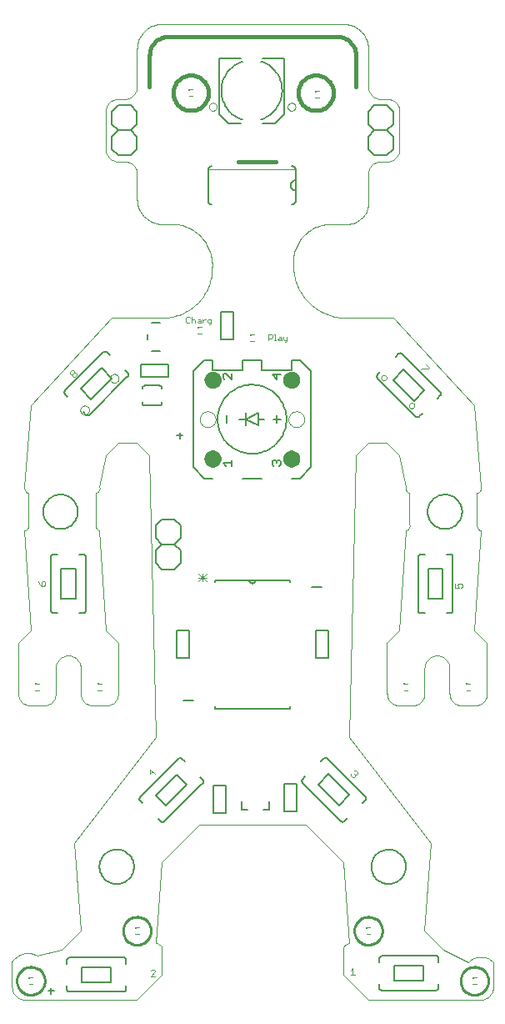
<source format=gto>
G75*
%MOIN*%
%OFA0B0*%
%FSLAX24Y24*%
%IPPOS*%
%LPD*%
%AMOC8*
5,1,8,0,0,1.08239X$1,22.5*
%
%ADD10C,0.0000*%
%ADD11C,0.0160*%
%ADD12C,0.0100*%
%ADD13C,0.0060*%
%ADD14C,0.0020*%
%ADD15C,0.0080*%
%ADD16C,0.0059*%
%ADD17C,0.0030*%
%ADD18C,0.0040*%
%ADD19R,0.0098X0.0089*%
%ADD20C,0.0050*%
%ADD21C,0.0354*%
D10*
X000100Y000600D02*
X000100Y001600D01*
X000128Y001644D01*
X000160Y001685D01*
X000194Y001724D01*
X000231Y001761D01*
X000270Y001795D01*
X000312Y001826D01*
X000356Y001854D01*
X000402Y001878D01*
X000449Y001900D01*
X000498Y001918D01*
X000548Y001932D01*
X000599Y001943D01*
X000651Y001950D01*
X000703Y001954D01*
X000755Y001953D01*
X000806Y001949D01*
X000858Y001942D01*
X000909Y001930D01*
X000959Y001916D01*
X001007Y001897D01*
X001055Y001875D01*
X001100Y001850D01*
X002100Y002100D01*
X002850Y002850D01*
X002600Y006350D01*
X005850Y010600D01*
X005600Y021850D01*
X005100Y022350D01*
X004350Y022350D01*
X003850Y021850D01*
X003600Y020600D01*
X003605Y020573D01*
X003606Y020547D01*
X003604Y020520D01*
X003598Y020493D01*
X003589Y020468D01*
X003577Y020444D01*
X003561Y020422D01*
X003543Y020402D01*
X003523Y020384D01*
X003500Y020370D01*
X003476Y020358D01*
X003450Y020350D01*
X003450Y019100D01*
X003445Y019073D01*
X003444Y019047D01*
X003446Y019020D01*
X003452Y018993D01*
X003461Y018968D01*
X003473Y018944D01*
X003489Y018922D01*
X003507Y018902D01*
X003527Y018884D01*
X003550Y018870D01*
X003574Y018858D01*
X003600Y018850D01*
X003850Y014850D01*
X004350Y014350D01*
X004350Y012350D01*
X004348Y012306D01*
X004342Y012263D01*
X004333Y012221D01*
X004320Y012179D01*
X004303Y012139D01*
X004283Y012100D01*
X004260Y012063D01*
X004233Y012029D01*
X004204Y011996D01*
X004171Y011967D01*
X004137Y011940D01*
X004100Y011917D01*
X004061Y011897D01*
X004021Y011880D01*
X003979Y011867D01*
X003937Y011858D01*
X003894Y011852D01*
X003850Y011850D01*
X003350Y011850D01*
X003306Y011852D01*
X003263Y011858D01*
X003221Y011867D01*
X003179Y011880D01*
X003139Y011897D01*
X003100Y011917D01*
X003063Y011940D01*
X003029Y011967D01*
X002996Y011996D01*
X002967Y012029D01*
X002940Y012063D01*
X002917Y012100D01*
X002897Y012139D01*
X002880Y012179D01*
X002867Y012221D01*
X002858Y012263D01*
X002852Y012306D01*
X002850Y012350D01*
X002850Y013350D01*
X002350Y013850D02*
X002306Y013848D01*
X002263Y013842D01*
X002221Y013833D01*
X002179Y013820D01*
X002139Y013803D01*
X002100Y013783D01*
X002063Y013760D01*
X002029Y013733D01*
X001996Y013704D01*
X001967Y013671D01*
X001940Y013637D01*
X001917Y013600D01*
X001897Y013561D01*
X001880Y013521D01*
X001867Y013479D01*
X001858Y013437D01*
X001852Y013394D01*
X001850Y013350D01*
X001850Y012350D01*
X001848Y012306D01*
X001842Y012263D01*
X001833Y012221D01*
X001820Y012179D01*
X001803Y012139D01*
X001783Y012100D01*
X001760Y012063D01*
X001733Y012029D01*
X001704Y011996D01*
X001671Y011967D01*
X001637Y011940D01*
X001600Y011917D01*
X001561Y011897D01*
X001521Y011880D01*
X001479Y011867D01*
X001437Y011858D01*
X001394Y011852D01*
X001350Y011850D01*
X000850Y011850D01*
X000806Y011852D01*
X000763Y011858D01*
X000721Y011867D01*
X000679Y011880D01*
X000639Y011897D01*
X000600Y011917D01*
X000563Y011940D01*
X000529Y011967D01*
X000496Y011996D01*
X000467Y012029D01*
X000440Y012063D01*
X000417Y012100D01*
X000397Y012139D01*
X000380Y012179D01*
X000367Y012221D01*
X000358Y012263D01*
X000352Y012306D01*
X000350Y012350D01*
X000350Y014350D01*
X000850Y014850D01*
X000600Y018850D01*
X000626Y018858D01*
X000650Y018870D01*
X000673Y018884D01*
X000693Y018902D01*
X000711Y018922D01*
X000727Y018944D01*
X000739Y018968D01*
X000748Y018993D01*
X000754Y019020D01*
X000756Y019047D01*
X000755Y019073D01*
X000750Y019100D01*
X000750Y020350D01*
X000724Y020358D01*
X000700Y020370D01*
X000677Y020384D01*
X000657Y020402D01*
X000639Y020422D01*
X000623Y020444D01*
X000611Y020468D01*
X000602Y020493D01*
X000596Y020520D01*
X000594Y020547D01*
X000595Y020573D01*
X000600Y020600D01*
X000850Y023850D01*
X004100Y027350D01*
X006100Y027350D01*
X006187Y027352D01*
X006274Y027358D01*
X006361Y027367D01*
X006447Y027380D01*
X006533Y027397D01*
X006618Y027418D01*
X006701Y027443D01*
X006784Y027471D01*
X006865Y027502D01*
X006945Y027537D01*
X007023Y027576D01*
X007100Y027618D01*
X007175Y027663D01*
X007247Y027712D01*
X007318Y027763D01*
X007386Y027818D01*
X007451Y027875D01*
X007514Y027936D01*
X007575Y027999D01*
X007632Y028064D01*
X007687Y028132D01*
X007738Y028203D01*
X007787Y028275D01*
X007832Y028350D01*
X007874Y028427D01*
X007913Y028505D01*
X007948Y028585D01*
X007979Y028666D01*
X008007Y028749D01*
X008032Y028832D01*
X008053Y028917D01*
X008070Y029003D01*
X008083Y029089D01*
X008092Y029176D01*
X008098Y029263D01*
X008100Y029350D01*
X006600Y031100D02*
X006100Y031100D01*
X006040Y031102D01*
X005979Y031107D01*
X005920Y031116D01*
X005861Y031129D01*
X005802Y031145D01*
X005745Y031165D01*
X005690Y031188D01*
X005635Y031215D01*
X005583Y031244D01*
X005532Y031277D01*
X005483Y031313D01*
X005437Y031351D01*
X005393Y031393D01*
X005351Y031437D01*
X005313Y031483D01*
X005277Y031532D01*
X005244Y031583D01*
X005215Y031635D01*
X005188Y031690D01*
X005165Y031745D01*
X005145Y031802D01*
X005129Y031861D01*
X005116Y031920D01*
X005107Y031979D01*
X005102Y032040D01*
X005100Y032100D01*
X005100Y033100D01*
X005098Y033144D01*
X005092Y033187D01*
X005083Y033229D01*
X005070Y033271D01*
X005053Y033311D01*
X005033Y033350D01*
X005010Y033387D01*
X004983Y033421D01*
X004954Y033454D01*
X004921Y033483D01*
X004887Y033510D01*
X004850Y033533D01*
X004811Y033553D01*
X004771Y033570D01*
X004729Y033583D01*
X004687Y033592D01*
X004644Y033598D01*
X004600Y033600D01*
X004350Y033600D01*
X004306Y033602D01*
X004263Y033608D01*
X004221Y033617D01*
X004179Y033630D01*
X004139Y033647D01*
X004100Y033667D01*
X004063Y033690D01*
X004029Y033717D01*
X003996Y033746D01*
X003967Y033779D01*
X003940Y033813D01*
X003917Y033850D01*
X003897Y033889D01*
X003880Y033929D01*
X003867Y033971D01*
X003858Y034013D01*
X003852Y034056D01*
X003850Y034100D01*
X003850Y035600D01*
X003852Y035644D01*
X003858Y035687D01*
X003867Y035729D01*
X003880Y035771D01*
X003897Y035811D01*
X003917Y035850D01*
X003940Y035887D01*
X003967Y035921D01*
X003996Y035954D01*
X004029Y035983D01*
X004063Y036010D01*
X004100Y036033D01*
X004139Y036053D01*
X004179Y036070D01*
X004221Y036083D01*
X004263Y036092D01*
X004306Y036098D01*
X004350Y036100D01*
X004600Y036100D01*
X004644Y036102D01*
X004687Y036108D01*
X004729Y036117D01*
X004771Y036130D01*
X004811Y036147D01*
X004850Y036167D01*
X004887Y036190D01*
X004921Y036217D01*
X004954Y036246D01*
X004983Y036279D01*
X005010Y036313D01*
X005033Y036350D01*
X005053Y036389D01*
X005070Y036429D01*
X005083Y036471D01*
X005092Y036513D01*
X005098Y036556D01*
X005100Y036600D01*
X005100Y038100D01*
X005102Y038160D01*
X005107Y038221D01*
X005116Y038280D01*
X005129Y038339D01*
X005145Y038398D01*
X005165Y038455D01*
X005188Y038510D01*
X005215Y038565D01*
X005244Y038617D01*
X005277Y038668D01*
X005313Y038717D01*
X005351Y038763D01*
X005393Y038807D01*
X005437Y038849D01*
X005483Y038887D01*
X005532Y038923D01*
X005583Y038956D01*
X005635Y038985D01*
X005690Y039012D01*
X005745Y039035D01*
X005802Y039055D01*
X005861Y039071D01*
X005920Y039084D01*
X005979Y039093D01*
X006040Y039098D01*
X006100Y039100D01*
X013350Y039100D01*
X013410Y039098D01*
X013471Y039093D01*
X013530Y039084D01*
X013589Y039071D01*
X013648Y039055D01*
X013705Y039035D01*
X013760Y039012D01*
X013815Y038985D01*
X013867Y038956D01*
X013918Y038923D01*
X013967Y038887D01*
X014013Y038849D01*
X014057Y038807D01*
X014099Y038763D01*
X014137Y038717D01*
X014173Y038668D01*
X014206Y038617D01*
X014235Y038565D01*
X014262Y038510D01*
X014285Y038455D01*
X014305Y038398D01*
X014321Y038339D01*
X014334Y038280D01*
X014343Y038221D01*
X014348Y038160D01*
X014350Y038100D01*
X014350Y036600D01*
X014352Y036556D01*
X014358Y036513D01*
X014367Y036471D01*
X014380Y036429D01*
X014397Y036389D01*
X014417Y036350D01*
X014440Y036313D01*
X014467Y036279D01*
X014496Y036246D01*
X014529Y036217D01*
X014563Y036190D01*
X014600Y036167D01*
X014639Y036147D01*
X014679Y036130D01*
X014721Y036117D01*
X014763Y036108D01*
X014806Y036102D01*
X014850Y036100D01*
X015100Y036100D01*
X015144Y036098D01*
X015187Y036092D01*
X015229Y036083D01*
X015271Y036070D01*
X015311Y036053D01*
X015350Y036033D01*
X015387Y036010D01*
X015421Y035983D01*
X015454Y035954D01*
X015483Y035921D01*
X015510Y035887D01*
X015533Y035850D01*
X015553Y035811D01*
X015570Y035771D01*
X015583Y035729D01*
X015592Y035687D01*
X015598Y035644D01*
X015600Y035600D01*
X015600Y034100D01*
X015598Y034056D01*
X015592Y034013D01*
X015583Y033971D01*
X015570Y033929D01*
X015553Y033889D01*
X015533Y033850D01*
X015510Y033813D01*
X015483Y033779D01*
X015454Y033746D01*
X015421Y033717D01*
X015387Y033690D01*
X015350Y033667D01*
X015311Y033647D01*
X015271Y033630D01*
X015229Y033617D01*
X015187Y033608D01*
X015144Y033602D01*
X015100Y033600D01*
X014850Y033600D01*
X014806Y033598D01*
X014763Y033592D01*
X014721Y033583D01*
X014679Y033570D01*
X014639Y033553D01*
X014600Y033533D01*
X014563Y033510D01*
X014529Y033483D01*
X014496Y033454D01*
X014467Y033421D01*
X014440Y033387D01*
X014417Y033350D01*
X014397Y033311D01*
X014380Y033271D01*
X014367Y033229D01*
X014358Y033187D01*
X014352Y033144D01*
X014350Y033100D01*
X014350Y032100D01*
X013600Y031100D02*
X012850Y031100D01*
X013600Y031100D02*
X013657Y031110D01*
X013713Y031124D01*
X013768Y031141D01*
X013822Y031162D01*
X013875Y031187D01*
X013925Y031214D01*
X013974Y031245D01*
X014021Y031280D01*
X014065Y031317D01*
X014107Y031357D01*
X014146Y031399D01*
X014182Y031445D01*
X014215Y031492D01*
X014245Y031541D01*
X014272Y031593D01*
X014295Y031646D01*
X014315Y031700D01*
X014331Y031756D01*
X014344Y031812D01*
X014353Y031869D01*
X014358Y031927D01*
X014359Y031985D01*
X014356Y032043D01*
X014350Y032100D01*
X011350Y029600D02*
X011346Y029510D01*
X011347Y029419D01*
X011351Y029329D01*
X011359Y029239D01*
X011371Y029149D01*
X011387Y029060D01*
X011406Y028972D01*
X011429Y028885D01*
X011456Y028799D01*
X011487Y028713D01*
X011521Y028630D01*
X011559Y028548D01*
X011600Y028467D01*
X011644Y028388D01*
X011692Y028312D01*
X011743Y028237D01*
X011797Y028165D01*
X011854Y028095D01*
X011914Y028027D01*
X011977Y027962D01*
X012043Y027900D01*
X012111Y027841D01*
X012181Y027784D01*
X012254Y027731D01*
X012329Y027681D01*
X012407Y027634D01*
X012486Y027590D01*
X012567Y027550D01*
X012649Y027513D01*
X012733Y027479D01*
X012818Y027450D01*
X012905Y027424D01*
X012993Y027401D01*
X013081Y027383D01*
X013170Y027368D01*
X013260Y027357D01*
X013350Y027350D01*
X015350Y027350D01*
X018600Y023850D01*
X018850Y020600D01*
X018855Y020573D01*
X018856Y020547D01*
X018854Y020520D01*
X018848Y020493D01*
X018839Y020468D01*
X018827Y020444D01*
X018811Y020422D01*
X018793Y020402D01*
X018773Y020384D01*
X018750Y020370D01*
X018726Y020358D01*
X018700Y020350D01*
X018700Y019100D01*
X018695Y019073D01*
X018694Y019047D01*
X018696Y019020D01*
X018702Y018993D01*
X018711Y018968D01*
X018723Y018944D01*
X018739Y018922D01*
X018757Y018902D01*
X018777Y018884D01*
X018800Y018870D01*
X018824Y018858D01*
X018850Y018850D01*
X018600Y014850D01*
X019100Y014350D01*
X019100Y012350D01*
X019098Y012306D01*
X019092Y012263D01*
X019083Y012221D01*
X019070Y012179D01*
X019053Y012139D01*
X019033Y012100D01*
X019010Y012063D01*
X018983Y012029D01*
X018954Y011996D01*
X018921Y011967D01*
X018887Y011940D01*
X018850Y011917D01*
X018811Y011897D01*
X018771Y011880D01*
X018729Y011867D01*
X018687Y011858D01*
X018644Y011852D01*
X018600Y011850D01*
X018100Y011850D01*
X018056Y011852D01*
X018013Y011858D01*
X017971Y011867D01*
X017929Y011880D01*
X017889Y011897D01*
X017850Y011917D01*
X017813Y011940D01*
X017779Y011967D01*
X017746Y011996D01*
X017717Y012029D01*
X017690Y012063D01*
X017667Y012100D01*
X017647Y012139D01*
X017630Y012179D01*
X017617Y012221D01*
X017608Y012263D01*
X017602Y012306D01*
X017600Y012350D01*
X017600Y013350D01*
X017598Y013394D01*
X017592Y013437D01*
X017583Y013479D01*
X017570Y013521D01*
X017553Y013561D01*
X017533Y013600D01*
X017510Y013637D01*
X017483Y013671D01*
X017454Y013704D01*
X017421Y013733D01*
X017387Y013760D01*
X017350Y013783D01*
X017311Y013803D01*
X017271Y013820D01*
X017229Y013833D01*
X017187Y013842D01*
X017144Y013848D01*
X017100Y013850D01*
X017056Y013848D01*
X017013Y013842D01*
X016971Y013833D01*
X016929Y013820D01*
X016889Y013803D01*
X016850Y013783D01*
X016813Y013760D01*
X016779Y013733D01*
X016746Y013704D01*
X016717Y013671D01*
X016690Y013637D01*
X016667Y013600D01*
X016647Y013561D01*
X016630Y013521D01*
X016617Y013479D01*
X016608Y013437D01*
X016602Y013394D01*
X016600Y013350D01*
X016600Y012350D01*
X016598Y012306D01*
X016592Y012263D01*
X016583Y012221D01*
X016570Y012179D01*
X016553Y012139D01*
X016533Y012100D01*
X016510Y012063D01*
X016483Y012029D01*
X016454Y011996D01*
X016421Y011967D01*
X016387Y011940D01*
X016350Y011917D01*
X016311Y011897D01*
X016271Y011880D01*
X016229Y011867D01*
X016187Y011858D01*
X016144Y011852D01*
X016100Y011850D01*
X015600Y011850D01*
X015556Y011852D01*
X015513Y011858D01*
X015471Y011867D01*
X015429Y011880D01*
X015389Y011897D01*
X015350Y011917D01*
X015313Y011940D01*
X015279Y011967D01*
X015246Y011996D01*
X015217Y012029D01*
X015190Y012063D01*
X015167Y012100D01*
X015147Y012139D01*
X015130Y012179D01*
X015117Y012221D01*
X015108Y012263D01*
X015102Y012306D01*
X015100Y012350D01*
X015100Y014350D01*
X015600Y014850D01*
X015850Y018850D01*
X015876Y018858D01*
X015900Y018870D01*
X015923Y018884D01*
X015943Y018902D01*
X015961Y018922D01*
X015977Y018944D01*
X015989Y018968D01*
X015998Y018993D01*
X016004Y019020D01*
X016006Y019047D01*
X016005Y019073D01*
X016000Y019100D01*
X016000Y020350D01*
X015974Y020358D01*
X015950Y020370D01*
X015927Y020384D01*
X015907Y020402D01*
X015889Y020422D01*
X015873Y020444D01*
X015861Y020468D01*
X015852Y020493D01*
X015846Y020520D01*
X015844Y020547D01*
X015845Y020573D01*
X015850Y020600D01*
X015600Y021850D01*
X015100Y022350D01*
X014350Y022350D01*
X013850Y021850D01*
X013600Y010600D01*
X016850Y006350D01*
X016600Y002850D01*
X017350Y002100D01*
X018350Y001600D01*
X018387Y001634D01*
X018426Y001666D01*
X018468Y001695D01*
X018511Y001721D01*
X018556Y001743D01*
X018603Y001762D01*
X018651Y001778D01*
X018700Y001791D01*
X018749Y001800D01*
X018800Y001805D01*
X018850Y001807D01*
X018900Y001805D01*
X018951Y001800D01*
X019000Y001791D01*
X019049Y001778D01*
X019097Y001762D01*
X019144Y001743D01*
X019189Y001721D01*
X019232Y001695D01*
X019274Y001666D01*
X019313Y001634D01*
X019350Y001600D01*
X019350Y000600D01*
X019348Y000556D01*
X019342Y000513D01*
X019333Y000471D01*
X019320Y000429D01*
X019303Y000389D01*
X019283Y000350D01*
X019260Y000313D01*
X019233Y000279D01*
X019204Y000246D01*
X019171Y000217D01*
X019137Y000190D01*
X019100Y000167D01*
X019061Y000147D01*
X019021Y000130D01*
X018979Y000117D01*
X018937Y000108D01*
X018894Y000102D01*
X018850Y000100D01*
X014350Y000100D01*
X013350Y001100D01*
X013350Y002100D01*
X013352Y002130D01*
X013357Y002160D01*
X013366Y002189D01*
X013379Y002216D01*
X013394Y002242D01*
X013413Y002266D01*
X013434Y002287D01*
X013458Y002306D01*
X013484Y002321D01*
X013511Y002334D01*
X013540Y002343D01*
X013570Y002348D01*
X013600Y002350D01*
X013350Y005600D01*
X011850Y007100D01*
X007600Y007100D01*
X006100Y005600D01*
X005850Y002350D01*
X005880Y002348D01*
X005910Y002343D01*
X005939Y002334D01*
X005966Y002321D01*
X005992Y002306D01*
X006016Y002287D01*
X006037Y002266D01*
X006056Y002242D01*
X006071Y002216D01*
X006084Y002189D01*
X006093Y002160D01*
X006098Y002130D01*
X006100Y002100D01*
X006100Y001100D01*
X005100Y000100D01*
X000600Y000100D01*
X000556Y000102D01*
X000513Y000108D01*
X000471Y000117D01*
X000429Y000130D01*
X000389Y000147D01*
X000350Y000167D01*
X000313Y000190D01*
X000279Y000217D01*
X000246Y000246D01*
X000217Y000279D01*
X000190Y000313D01*
X000167Y000350D01*
X000147Y000389D01*
X000130Y000429D01*
X000117Y000471D01*
X000108Y000513D01*
X000102Y000556D01*
X000100Y000600D01*
X002850Y013350D02*
X002848Y013394D01*
X002842Y013437D01*
X002833Y013479D01*
X002820Y013521D01*
X002803Y013561D01*
X002783Y013600D01*
X002760Y013637D01*
X002733Y013671D01*
X002704Y013704D01*
X002671Y013733D01*
X002637Y013760D01*
X002600Y013783D01*
X002561Y013803D01*
X002521Y013820D01*
X002479Y013833D01*
X002437Y013842D01*
X002394Y013848D01*
X002350Y013850D01*
X002832Y023667D02*
X002834Y023693D01*
X002840Y023719D01*
X002850Y023744D01*
X002863Y023767D01*
X002879Y023787D01*
X002899Y023805D01*
X002921Y023820D01*
X002944Y023832D01*
X002970Y023840D01*
X002996Y023844D01*
X003022Y023844D01*
X003048Y023840D01*
X003074Y023832D01*
X003098Y023820D01*
X003119Y023805D01*
X003139Y023787D01*
X003155Y023767D01*
X003168Y023744D01*
X003178Y023719D01*
X003184Y023693D01*
X003186Y023667D01*
X003184Y023641D01*
X003178Y023615D01*
X003168Y023590D01*
X003155Y023567D01*
X003139Y023547D01*
X003119Y023529D01*
X003097Y023514D01*
X003074Y023502D01*
X003048Y023494D01*
X003022Y023490D01*
X002996Y023490D01*
X002970Y023494D01*
X002944Y023502D01*
X002920Y023514D01*
X002899Y023529D01*
X002879Y023547D01*
X002863Y023567D01*
X002850Y023590D01*
X002840Y023615D01*
X002834Y023641D01*
X002832Y023667D01*
X004014Y024933D02*
X004016Y024959D01*
X004022Y024985D01*
X004032Y025010D01*
X004045Y025033D01*
X004061Y025053D01*
X004081Y025071D01*
X004103Y025086D01*
X004126Y025098D01*
X004152Y025106D01*
X004178Y025110D01*
X004204Y025110D01*
X004230Y025106D01*
X004256Y025098D01*
X004280Y025086D01*
X004301Y025071D01*
X004321Y025053D01*
X004337Y025033D01*
X004350Y025010D01*
X004360Y024985D01*
X004366Y024959D01*
X004368Y024933D01*
X004366Y024907D01*
X004360Y024881D01*
X004350Y024856D01*
X004337Y024833D01*
X004321Y024813D01*
X004301Y024795D01*
X004279Y024780D01*
X004256Y024768D01*
X004230Y024760D01*
X004204Y024756D01*
X004178Y024756D01*
X004152Y024760D01*
X004126Y024768D01*
X004102Y024780D01*
X004081Y024795D01*
X004061Y024813D01*
X004045Y024833D01*
X004032Y024856D01*
X004022Y024881D01*
X004016Y024907D01*
X004014Y024933D01*
X008100Y029350D02*
X008104Y029430D01*
X008105Y029510D01*
X008101Y029590D01*
X008093Y029669D01*
X008082Y029749D01*
X008067Y029827D01*
X008047Y029905D01*
X008024Y029981D01*
X007998Y030057D01*
X007967Y030131D01*
X007933Y030203D01*
X007896Y030274D01*
X007855Y030343D01*
X007811Y030409D01*
X007763Y030474D01*
X007713Y030536D01*
X007659Y030595D01*
X007603Y030652D01*
X007544Y030706D01*
X007482Y030757D01*
X007418Y030805D01*
X007351Y030849D01*
X007283Y030891D01*
X007212Y030929D01*
X007140Y030963D01*
X007066Y030994D01*
X006991Y031021D01*
X006915Y031045D01*
X006837Y031064D01*
X006759Y031080D01*
X006680Y031092D01*
X006600Y031100D01*
X007973Y035788D02*
X007975Y035813D01*
X007981Y035837D01*
X007990Y035859D01*
X008003Y035880D01*
X008019Y035899D01*
X008038Y035915D01*
X008059Y035928D01*
X008081Y035937D01*
X008105Y035943D01*
X008130Y035945D01*
X008155Y035943D01*
X008179Y035937D01*
X008201Y035928D01*
X008222Y035915D01*
X008241Y035899D01*
X008257Y035880D01*
X008270Y035859D01*
X008279Y035837D01*
X008285Y035813D01*
X008287Y035788D01*
X008285Y035763D01*
X008279Y035739D01*
X008270Y035717D01*
X008257Y035696D01*
X008241Y035677D01*
X008222Y035661D01*
X008201Y035648D01*
X008179Y035639D01*
X008155Y035633D01*
X008130Y035631D01*
X008105Y035633D01*
X008081Y035639D01*
X008059Y035648D01*
X008038Y035661D01*
X008019Y035677D01*
X008003Y035696D01*
X007990Y035717D01*
X007981Y035739D01*
X007975Y035763D01*
X007973Y035788D01*
X011123Y035788D02*
X011125Y035813D01*
X011131Y035837D01*
X011140Y035859D01*
X011153Y035880D01*
X011169Y035899D01*
X011188Y035915D01*
X011209Y035928D01*
X011231Y035937D01*
X011255Y035943D01*
X011280Y035945D01*
X011305Y035943D01*
X011329Y035937D01*
X011351Y035928D01*
X011372Y035915D01*
X011391Y035899D01*
X011407Y035880D01*
X011420Y035859D01*
X011429Y035837D01*
X011435Y035813D01*
X011437Y035788D01*
X011435Y035763D01*
X011429Y035739D01*
X011420Y035717D01*
X011407Y035696D01*
X011391Y035677D01*
X011372Y035661D01*
X011351Y035648D01*
X011329Y035639D01*
X011305Y035633D01*
X011280Y035631D01*
X011255Y035633D01*
X011231Y035639D01*
X011209Y035648D01*
X011188Y035661D01*
X011169Y035677D01*
X011153Y035696D01*
X011140Y035717D01*
X011131Y035739D01*
X011125Y035763D01*
X011123Y035788D01*
X012850Y031100D02*
X012774Y031098D01*
X012698Y031092D01*
X012623Y031083D01*
X012548Y031069D01*
X012474Y031052D01*
X012401Y031031D01*
X012329Y031007D01*
X012258Y030978D01*
X012189Y030947D01*
X012122Y030912D01*
X012057Y030873D01*
X011993Y030831D01*
X011932Y030786D01*
X011873Y030738D01*
X011817Y030687D01*
X011763Y030633D01*
X011712Y030577D01*
X011664Y030518D01*
X011619Y030457D01*
X011577Y030393D01*
X011538Y030328D01*
X011503Y030261D01*
X011472Y030192D01*
X011443Y030121D01*
X011419Y030049D01*
X011398Y029976D01*
X011381Y029902D01*
X011367Y029827D01*
X011358Y029752D01*
X011352Y029676D01*
X011350Y029600D01*
X011157Y023300D02*
X011159Y023335D01*
X011165Y023370D01*
X011175Y023404D01*
X011188Y023437D01*
X011205Y023468D01*
X011226Y023496D01*
X011249Y023523D01*
X011276Y023546D01*
X011304Y023567D01*
X011335Y023584D01*
X011368Y023597D01*
X011402Y023607D01*
X011437Y023613D01*
X011472Y023615D01*
X011507Y023613D01*
X011542Y023607D01*
X011576Y023597D01*
X011609Y023584D01*
X011640Y023567D01*
X011668Y023546D01*
X011695Y023523D01*
X011718Y023496D01*
X011739Y023468D01*
X011756Y023437D01*
X011769Y023404D01*
X011779Y023370D01*
X011785Y023335D01*
X011787Y023300D01*
X011785Y023265D01*
X011779Y023230D01*
X011769Y023196D01*
X011756Y023163D01*
X011739Y023132D01*
X011718Y023104D01*
X011695Y023077D01*
X011668Y023054D01*
X011640Y023033D01*
X011609Y023016D01*
X011576Y023003D01*
X011542Y022993D01*
X011507Y022987D01*
X011472Y022985D01*
X011437Y022987D01*
X011402Y022993D01*
X011368Y023003D01*
X011335Y023016D01*
X011304Y023033D01*
X011276Y023054D01*
X011249Y023077D01*
X011226Y023104D01*
X011205Y023132D01*
X011188Y023163D01*
X011175Y023196D01*
X011165Y023230D01*
X011159Y023265D01*
X011157Y023300D01*
X007613Y023300D02*
X007615Y023335D01*
X007621Y023370D01*
X007631Y023404D01*
X007644Y023437D01*
X007661Y023468D01*
X007682Y023496D01*
X007705Y023523D01*
X007732Y023546D01*
X007760Y023567D01*
X007791Y023584D01*
X007824Y023597D01*
X007858Y023607D01*
X007893Y023613D01*
X007928Y023615D01*
X007963Y023613D01*
X007998Y023607D01*
X008032Y023597D01*
X008065Y023584D01*
X008096Y023567D01*
X008124Y023546D01*
X008151Y023523D01*
X008174Y023496D01*
X008195Y023468D01*
X008212Y023437D01*
X008225Y023404D01*
X008235Y023370D01*
X008241Y023335D01*
X008243Y023300D01*
X008241Y023265D01*
X008235Y023230D01*
X008225Y023196D01*
X008212Y023163D01*
X008195Y023132D01*
X008174Y023104D01*
X008151Y023077D01*
X008124Y023054D01*
X008096Y023033D01*
X008065Y023016D01*
X008032Y023003D01*
X007998Y022993D01*
X007963Y022987D01*
X007928Y022985D01*
X007893Y022987D01*
X007858Y022993D01*
X007824Y023003D01*
X007791Y023016D01*
X007760Y023033D01*
X007732Y023054D01*
X007705Y023077D01*
X007682Y023104D01*
X007661Y023132D01*
X007644Y023163D01*
X007631Y023196D01*
X007621Y023230D01*
X007615Y023265D01*
X007613Y023300D01*
X014867Y024958D02*
X014869Y024978D01*
X014875Y024998D01*
X014884Y025016D01*
X014897Y025033D01*
X014912Y025046D01*
X014930Y025056D01*
X014950Y025063D01*
X014970Y025066D01*
X014990Y025065D01*
X015010Y025060D01*
X015029Y025052D01*
X015046Y025040D01*
X015060Y025025D01*
X015071Y025007D01*
X015079Y024988D01*
X015083Y024968D01*
X015083Y024948D01*
X015079Y024928D01*
X015071Y024909D01*
X015060Y024891D01*
X015046Y024876D01*
X015029Y024864D01*
X015010Y024856D01*
X014990Y024851D01*
X014970Y024850D01*
X014950Y024853D01*
X014930Y024860D01*
X014912Y024870D01*
X014897Y024883D01*
X014884Y024900D01*
X014875Y024918D01*
X014869Y024938D01*
X014867Y024958D01*
X015980Y023845D02*
X015982Y023865D01*
X015988Y023885D01*
X015997Y023903D01*
X016010Y023920D01*
X016025Y023933D01*
X016043Y023943D01*
X016063Y023950D01*
X016083Y023953D01*
X016103Y023952D01*
X016123Y023947D01*
X016142Y023939D01*
X016159Y023927D01*
X016173Y023912D01*
X016184Y023894D01*
X016192Y023875D01*
X016196Y023855D01*
X016196Y023835D01*
X016192Y023815D01*
X016184Y023796D01*
X016173Y023778D01*
X016159Y023763D01*
X016142Y023751D01*
X016123Y023743D01*
X016103Y023738D01*
X016083Y023737D01*
X016063Y023740D01*
X016043Y023747D01*
X016025Y023757D01*
X016010Y023770D01*
X015997Y023787D01*
X015988Y023805D01*
X015982Y023825D01*
X015980Y023845D01*
D11*
X010640Y033600D02*
X009140Y033600D01*
X006543Y036350D02*
X006545Y036403D01*
X006551Y036455D01*
X006561Y036507D01*
X006574Y036558D01*
X006592Y036608D01*
X006613Y036657D01*
X006638Y036704D01*
X006666Y036748D01*
X006697Y036791D01*
X006732Y036831D01*
X006769Y036868D01*
X006809Y036903D01*
X006852Y036934D01*
X006897Y036962D01*
X006943Y036987D01*
X006992Y037008D01*
X007042Y037026D01*
X007093Y037039D01*
X007145Y037049D01*
X007197Y037055D01*
X007250Y037057D01*
X007303Y037055D01*
X007355Y037049D01*
X007407Y037039D01*
X007458Y037026D01*
X007508Y037008D01*
X007557Y036987D01*
X007604Y036962D01*
X007648Y036934D01*
X007691Y036903D01*
X007731Y036868D01*
X007768Y036831D01*
X007803Y036791D01*
X007834Y036748D01*
X007862Y036703D01*
X007887Y036657D01*
X007908Y036608D01*
X007926Y036558D01*
X007939Y036507D01*
X007949Y036455D01*
X007955Y036403D01*
X007957Y036350D01*
X007955Y036297D01*
X007949Y036245D01*
X007939Y036193D01*
X007926Y036142D01*
X007908Y036092D01*
X007887Y036043D01*
X007862Y035996D01*
X007834Y035952D01*
X007803Y035909D01*
X007768Y035869D01*
X007731Y035832D01*
X007691Y035797D01*
X007648Y035766D01*
X007603Y035738D01*
X007557Y035713D01*
X007508Y035692D01*
X007458Y035674D01*
X007407Y035661D01*
X007355Y035651D01*
X007303Y035645D01*
X007250Y035643D01*
X007197Y035645D01*
X007145Y035651D01*
X007093Y035661D01*
X007042Y035674D01*
X006992Y035692D01*
X006943Y035713D01*
X006896Y035738D01*
X006852Y035766D01*
X006809Y035797D01*
X006769Y035832D01*
X006732Y035869D01*
X006697Y035909D01*
X006666Y035952D01*
X006638Y035997D01*
X006613Y036043D01*
X006592Y036092D01*
X006574Y036142D01*
X006561Y036193D01*
X006551Y036245D01*
X006545Y036297D01*
X006543Y036350D01*
X005600Y036600D02*
X005600Y037850D01*
X005602Y037904D01*
X005608Y037957D01*
X005617Y038009D01*
X005630Y038061D01*
X005647Y038112D01*
X005668Y038162D01*
X005692Y038209D01*
X005719Y038255D01*
X005750Y038299D01*
X005783Y038341D01*
X005820Y038380D01*
X005859Y038417D01*
X005901Y038450D01*
X005945Y038481D01*
X005991Y038508D01*
X006038Y038532D01*
X006088Y038553D01*
X006139Y038570D01*
X006191Y038583D01*
X006243Y038592D01*
X006296Y038598D01*
X006350Y038600D01*
X013100Y038600D01*
X013154Y038598D01*
X013207Y038592D01*
X013259Y038583D01*
X013311Y038570D01*
X013362Y038553D01*
X013412Y038532D01*
X013459Y038508D01*
X013505Y038481D01*
X013549Y038450D01*
X013591Y038417D01*
X013630Y038380D01*
X013667Y038341D01*
X013700Y038299D01*
X013731Y038255D01*
X013758Y038209D01*
X013782Y038162D01*
X013803Y038112D01*
X013820Y038061D01*
X013833Y038009D01*
X013842Y037957D01*
X013848Y037904D01*
X013850Y037850D01*
X013850Y036600D01*
X011543Y036350D02*
X011545Y036403D01*
X011551Y036455D01*
X011561Y036507D01*
X011574Y036558D01*
X011592Y036608D01*
X011613Y036657D01*
X011638Y036704D01*
X011666Y036748D01*
X011697Y036791D01*
X011732Y036831D01*
X011769Y036868D01*
X011809Y036903D01*
X011852Y036934D01*
X011897Y036962D01*
X011943Y036987D01*
X011992Y037008D01*
X012042Y037026D01*
X012093Y037039D01*
X012145Y037049D01*
X012197Y037055D01*
X012250Y037057D01*
X012303Y037055D01*
X012355Y037049D01*
X012407Y037039D01*
X012458Y037026D01*
X012508Y037008D01*
X012557Y036987D01*
X012604Y036962D01*
X012648Y036934D01*
X012691Y036903D01*
X012731Y036868D01*
X012768Y036831D01*
X012803Y036791D01*
X012834Y036748D01*
X012862Y036703D01*
X012887Y036657D01*
X012908Y036608D01*
X012926Y036558D01*
X012939Y036507D01*
X012949Y036455D01*
X012955Y036403D01*
X012957Y036350D01*
X012955Y036297D01*
X012949Y036245D01*
X012939Y036193D01*
X012926Y036142D01*
X012908Y036092D01*
X012887Y036043D01*
X012862Y035996D01*
X012834Y035952D01*
X012803Y035909D01*
X012768Y035869D01*
X012731Y035832D01*
X012691Y035797D01*
X012648Y035766D01*
X012603Y035738D01*
X012557Y035713D01*
X012508Y035692D01*
X012458Y035674D01*
X012407Y035661D01*
X012355Y035651D01*
X012303Y035645D01*
X012250Y035643D01*
X012197Y035645D01*
X012145Y035651D01*
X012093Y035661D01*
X012042Y035674D01*
X011992Y035692D01*
X011943Y035713D01*
X011896Y035738D01*
X011852Y035766D01*
X011809Y035797D01*
X011769Y035832D01*
X011732Y035869D01*
X011697Y035909D01*
X011666Y035952D01*
X011638Y035997D01*
X011613Y036043D01*
X011592Y036092D01*
X011574Y036142D01*
X011561Y036193D01*
X011551Y036245D01*
X011545Y036297D01*
X011543Y036350D01*
D12*
X013791Y002850D02*
X013793Y002897D01*
X013799Y002943D01*
X013809Y002989D01*
X013822Y003034D01*
X013839Y003077D01*
X013860Y003119D01*
X013884Y003159D01*
X013912Y003197D01*
X013943Y003233D01*
X013976Y003265D01*
X014012Y003295D01*
X014050Y003322D01*
X014091Y003345D01*
X014133Y003365D01*
X014177Y003382D01*
X014222Y003394D01*
X014268Y003403D01*
X014315Y003408D01*
X014362Y003409D01*
X014408Y003406D01*
X014455Y003399D01*
X014500Y003388D01*
X014545Y003374D01*
X014588Y003356D01*
X014629Y003334D01*
X014669Y003309D01*
X014706Y003281D01*
X014741Y003249D01*
X014773Y003215D01*
X014802Y003179D01*
X014828Y003140D01*
X014851Y003099D01*
X014870Y003056D01*
X014885Y003012D01*
X014897Y002966D01*
X014905Y002920D01*
X014909Y002873D01*
X014909Y002827D01*
X014905Y002780D01*
X014897Y002734D01*
X014885Y002688D01*
X014870Y002644D01*
X014851Y002601D01*
X014828Y002560D01*
X014802Y002521D01*
X014773Y002485D01*
X014741Y002451D01*
X014706Y002419D01*
X014669Y002391D01*
X014630Y002366D01*
X014588Y002344D01*
X014545Y002326D01*
X014500Y002312D01*
X014455Y002301D01*
X014408Y002294D01*
X014362Y002291D01*
X014315Y002292D01*
X014268Y002297D01*
X014222Y002306D01*
X014177Y002318D01*
X014133Y002335D01*
X014091Y002355D01*
X014050Y002378D01*
X014012Y002405D01*
X013976Y002435D01*
X013943Y002467D01*
X013912Y002503D01*
X013884Y002541D01*
X013860Y002581D01*
X013839Y002623D01*
X013822Y002666D01*
X013809Y002711D01*
X013799Y002757D01*
X013793Y002803D01*
X013791Y002850D01*
X018041Y000850D02*
X018043Y000897D01*
X018049Y000943D01*
X018059Y000989D01*
X018072Y001034D01*
X018089Y001077D01*
X018110Y001119D01*
X018134Y001159D01*
X018162Y001197D01*
X018193Y001233D01*
X018226Y001265D01*
X018262Y001295D01*
X018300Y001322D01*
X018341Y001345D01*
X018383Y001365D01*
X018427Y001382D01*
X018472Y001394D01*
X018518Y001403D01*
X018565Y001408D01*
X018612Y001409D01*
X018658Y001406D01*
X018705Y001399D01*
X018750Y001388D01*
X018795Y001374D01*
X018838Y001356D01*
X018879Y001334D01*
X018919Y001309D01*
X018956Y001281D01*
X018991Y001249D01*
X019023Y001215D01*
X019052Y001179D01*
X019078Y001140D01*
X019101Y001099D01*
X019120Y001056D01*
X019135Y001012D01*
X019147Y000966D01*
X019155Y000920D01*
X019159Y000873D01*
X019159Y000827D01*
X019155Y000780D01*
X019147Y000734D01*
X019135Y000688D01*
X019120Y000644D01*
X019101Y000601D01*
X019078Y000560D01*
X019052Y000521D01*
X019023Y000485D01*
X018991Y000451D01*
X018956Y000419D01*
X018919Y000391D01*
X018880Y000366D01*
X018838Y000344D01*
X018795Y000326D01*
X018750Y000312D01*
X018705Y000301D01*
X018658Y000294D01*
X018612Y000291D01*
X018565Y000292D01*
X018518Y000297D01*
X018472Y000306D01*
X018427Y000318D01*
X018383Y000335D01*
X018341Y000355D01*
X018300Y000378D01*
X018262Y000405D01*
X018226Y000435D01*
X018193Y000467D01*
X018162Y000503D01*
X018134Y000541D01*
X018110Y000581D01*
X018089Y000623D01*
X018072Y000666D01*
X018059Y000711D01*
X018049Y000757D01*
X018043Y000803D01*
X018041Y000850D01*
X004541Y002850D02*
X004543Y002897D01*
X004549Y002943D01*
X004559Y002989D01*
X004572Y003034D01*
X004589Y003077D01*
X004610Y003119D01*
X004634Y003159D01*
X004662Y003197D01*
X004693Y003233D01*
X004726Y003265D01*
X004762Y003295D01*
X004800Y003322D01*
X004841Y003345D01*
X004883Y003365D01*
X004927Y003382D01*
X004972Y003394D01*
X005018Y003403D01*
X005065Y003408D01*
X005112Y003409D01*
X005158Y003406D01*
X005205Y003399D01*
X005250Y003388D01*
X005295Y003374D01*
X005338Y003356D01*
X005379Y003334D01*
X005419Y003309D01*
X005456Y003281D01*
X005491Y003249D01*
X005523Y003215D01*
X005552Y003179D01*
X005578Y003140D01*
X005601Y003099D01*
X005620Y003056D01*
X005635Y003012D01*
X005647Y002966D01*
X005655Y002920D01*
X005659Y002873D01*
X005659Y002827D01*
X005655Y002780D01*
X005647Y002734D01*
X005635Y002688D01*
X005620Y002644D01*
X005601Y002601D01*
X005578Y002560D01*
X005552Y002521D01*
X005523Y002485D01*
X005491Y002451D01*
X005456Y002419D01*
X005419Y002391D01*
X005380Y002366D01*
X005338Y002344D01*
X005295Y002326D01*
X005250Y002312D01*
X005205Y002301D01*
X005158Y002294D01*
X005112Y002291D01*
X005065Y002292D01*
X005018Y002297D01*
X004972Y002306D01*
X004927Y002318D01*
X004883Y002335D01*
X004841Y002355D01*
X004800Y002378D01*
X004762Y002405D01*
X004726Y002435D01*
X004693Y002467D01*
X004662Y002503D01*
X004634Y002541D01*
X004610Y002581D01*
X004589Y002623D01*
X004572Y002666D01*
X004559Y002711D01*
X004549Y002757D01*
X004543Y002803D01*
X004541Y002850D01*
X000291Y000850D02*
X000293Y000897D01*
X000299Y000943D01*
X000309Y000989D01*
X000322Y001034D01*
X000339Y001077D01*
X000360Y001119D01*
X000384Y001159D01*
X000412Y001197D01*
X000443Y001233D01*
X000476Y001265D01*
X000512Y001295D01*
X000550Y001322D01*
X000591Y001345D01*
X000633Y001365D01*
X000677Y001382D01*
X000722Y001394D01*
X000768Y001403D01*
X000815Y001408D01*
X000862Y001409D01*
X000908Y001406D01*
X000955Y001399D01*
X001000Y001388D01*
X001045Y001374D01*
X001088Y001356D01*
X001129Y001334D01*
X001169Y001309D01*
X001206Y001281D01*
X001241Y001249D01*
X001273Y001215D01*
X001302Y001179D01*
X001328Y001140D01*
X001351Y001099D01*
X001370Y001056D01*
X001385Y001012D01*
X001397Y000966D01*
X001405Y000920D01*
X001409Y000873D01*
X001409Y000827D01*
X001405Y000780D01*
X001397Y000734D01*
X001385Y000688D01*
X001370Y000644D01*
X001351Y000601D01*
X001328Y000560D01*
X001302Y000521D01*
X001273Y000485D01*
X001241Y000451D01*
X001206Y000419D01*
X001169Y000391D01*
X001130Y000366D01*
X001088Y000344D01*
X001045Y000326D01*
X001000Y000312D01*
X000955Y000301D01*
X000908Y000294D01*
X000862Y000291D01*
X000815Y000292D01*
X000768Y000297D01*
X000722Y000306D01*
X000677Y000318D01*
X000633Y000335D01*
X000591Y000355D01*
X000550Y000378D01*
X000512Y000405D01*
X000476Y000435D01*
X000443Y000467D01*
X000412Y000503D01*
X000384Y000541D01*
X000360Y000581D01*
X000339Y000623D01*
X000322Y000666D01*
X000309Y000711D01*
X000299Y000757D01*
X000293Y000803D01*
X000291Y000850D01*
D13*
X001549Y000445D02*
X001776Y000445D01*
X001662Y000332D02*
X001662Y000559D01*
X003599Y005413D02*
X003601Y005465D01*
X003607Y005517D01*
X003617Y005568D01*
X003630Y005618D01*
X003648Y005668D01*
X003669Y005715D01*
X003693Y005761D01*
X003722Y005805D01*
X003753Y005847D01*
X003787Y005886D01*
X003824Y005923D01*
X003864Y005956D01*
X003907Y005987D01*
X003951Y006014D01*
X003997Y006038D01*
X004046Y006058D01*
X004095Y006074D01*
X004146Y006087D01*
X004197Y006096D01*
X004249Y006101D01*
X004301Y006102D01*
X004353Y006099D01*
X004405Y006092D01*
X004456Y006081D01*
X004506Y006067D01*
X004555Y006048D01*
X004602Y006026D01*
X004647Y006001D01*
X004691Y005972D01*
X004732Y005940D01*
X004771Y005905D01*
X004806Y005867D01*
X004839Y005826D01*
X004869Y005784D01*
X004895Y005739D01*
X004918Y005692D01*
X004937Y005643D01*
X004953Y005593D01*
X004965Y005543D01*
X004973Y005491D01*
X004977Y005439D01*
X004977Y005387D01*
X004973Y005335D01*
X004965Y005283D01*
X004953Y005233D01*
X004937Y005183D01*
X004918Y005134D01*
X004895Y005087D01*
X004869Y005042D01*
X004839Y005000D01*
X004806Y004959D01*
X004771Y004921D01*
X004732Y004886D01*
X004691Y004854D01*
X004647Y004825D01*
X004602Y004800D01*
X004555Y004778D01*
X004506Y004759D01*
X004456Y004745D01*
X004405Y004734D01*
X004353Y004727D01*
X004301Y004724D01*
X004249Y004725D01*
X004197Y004730D01*
X004146Y004739D01*
X004095Y004752D01*
X004046Y004768D01*
X003997Y004788D01*
X003951Y004812D01*
X003907Y004839D01*
X003864Y004870D01*
X003824Y004903D01*
X003787Y004940D01*
X003753Y004979D01*
X003722Y005021D01*
X003693Y005065D01*
X003669Y005111D01*
X003648Y005158D01*
X003630Y005208D01*
X003617Y005258D01*
X003607Y005309D01*
X003601Y005361D01*
X003599Y005413D01*
X006953Y012070D02*
X007353Y012070D01*
X008213Y011810D02*
X008213Y011740D01*
X011213Y011740D01*
X011213Y011810D01*
X012073Y016600D02*
X012473Y016600D01*
X011213Y016790D02*
X011213Y016860D01*
X009833Y016860D01*
X009593Y016860D01*
X008213Y016860D01*
X008213Y016790D01*
X006850Y017550D02*
X006600Y017300D01*
X006100Y017300D01*
X005850Y017550D01*
X005850Y018050D01*
X006100Y018300D01*
X005850Y018550D01*
X005850Y019050D01*
X006100Y019300D01*
X006600Y019300D01*
X006850Y019050D01*
X006850Y018550D01*
X006600Y018300D01*
X006850Y018050D01*
X006850Y017550D01*
X006600Y018300D02*
X006100Y018300D01*
X006812Y022532D02*
X006812Y022759D01*
X006699Y022645D02*
X006926Y022645D01*
X008542Y021554D02*
X008883Y021554D01*
X008883Y021667D02*
X008883Y021440D01*
X008656Y021440D02*
X008542Y021554D01*
X008599Y024905D02*
X008542Y024962D01*
X008542Y025075D01*
X008599Y025132D01*
X008656Y025132D01*
X008883Y024905D01*
X008883Y025132D01*
X010511Y025075D02*
X010681Y024905D01*
X010681Y025132D01*
X010851Y025075D02*
X010511Y025075D01*
X010568Y021667D02*
X010624Y021667D01*
X010681Y021610D01*
X010738Y021667D01*
X010794Y021667D01*
X010851Y021610D01*
X010851Y021497D01*
X010794Y021440D01*
X010681Y021554D02*
X010681Y021610D01*
X010568Y021667D02*
X010511Y021610D01*
X010511Y021497D01*
X010568Y021440D01*
X009833Y016860D02*
X009831Y016839D01*
X009826Y016819D01*
X009817Y016800D01*
X009805Y016783D01*
X009790Y016768D01*
X009773Y016756D01*
X009754Y016747D01*
X009734Y016742D01*
X009713Y016740D01*
X009692Y016742D01*
X009672Y016747D01*
X009653Y016756D01*
X009636Y016768D01*
X009621Y016783D01*
X009609Y016800D01*
X009600Y016819D01*
X009595Y016839D01*
X009593Y016860D01*
X014474Y005413D02*
X014476Y005465D01*
X014482Y005517D01*
X014492Y005568D01*
X014505Y005618D01*
X014523Y005668D01*
X014544Y005715D01*
X014568Y005761D01*
X014597Y005805D01*
X014628Y005847D01*
X014662Y005886D01*
X014699Y005923D01*
X014739Y005956D01*
X014782Y005987D01*
X014826Y006014D01*
X014872Y006038D01*
X014921Y006058D01*
X014970Y006074D01*
X015021Y006087D01*
X015072Y006096D01*
X015124Y006101D01*
X015176Y006102D01*
X015228Y006099D01*
X015280Y006092D01*
X015331Y006081D01*
X015381Y006067D01*
X015430Y006048D01*
X015477Y006026D01*
X015522Y006001D01*
X015566Y005972D01*
X015607Y005940D01*
X015646Y005905D01*
X015681Y005867D01*
X015714Y005826D01*
X015744Y005784D01*
X015770Y005739D01*
X015793Y005692D01*
X015812Y005643D01*
X015828Y005593D01*
X015840Y005543D01*
X015848Y005491D01*
X015852Y005439D01*
X015852Y005387D01*
X015848Y005335D01*
X015840Y005283D01*
X015828Y005233D01*
X015812Y005183D01*
X015793Y005134D01*
X015770Y005087D01*
X015744Y005042D01*
X015714Y005000D01*
X015681Y004959D01*
X015646Y004921D01*
X015607Y004886D01*
X015566Y004854D01*
X015522Y004825D01*
X015477Y004800D01*
X015430Y004778D01*
X015381Y004759D01*
X015331Y004745D01*
X015280Y004734D01*
X015228Y004727D01*
X015176Y004724D01*
X015124Y004725D01*
X015072Y004730D01*
X015021Y004739D01*
X014970Y004752D01*
X014921Y004768D01*
X014872Y004788D01*
X014826Y004812D01*
X014782Y004839D01*
X014739Y004870D01*
X014699Y004903D01*
X014662Y004940D01*
X014628Y004979D01*
X014597Y005021D01*
X014568Y005065D01*
X014544Y005111D01*
X014523Y005158D01*
X014505Y005208D01*
X014492Y005258D01*
X014482Y005309D01*
X014476Y005361D01*
X014474Y005413D01*
X016724Y019600D02*
X016726Y019652D01*
X016732Y019704D01*
X016742Y019755D01*
X016755Y019805D01*
X016773Y019855D01*
X016794Y019902D01*
X016818Y019948D01*
X016847Y019992D01*
X016878Y020034D01*
X016912Y020073D01*
X016949Y020110D01*
X016989Y020143D01*
X017032Y020174D01*
X017076Y020201D01*
X017122Y020225D01*
X017171Y020245D01*
X017220Y020261D01*
X017271Y020274D01*
X017322Y020283D01*
X017374Y020288D01*
X017426Y020289D01*
X017478Y020286D01*
X017530Y020279D01*
X017581Y020268D01*
X017631Y020254D01*
X017680Y020235D01*
X017727Y020213D01*
X017772Y020188D01*
X017816Y020159D01*
X017857Y020127D01*
X017896Y020092D01*
X017931Y020054D01*
X017964Y020013D01*
X017994Y019971D01*
X018020Y019926D01*
X018043Y019879D01*
X018062Y019830D01*
X018078Y019780D01*
X018090Y019730D01*
X018098Y019678D01*
X018102Y019626D01*
X018102Y019574D01*
X018098Y019522D01*
X018090Y019470D01*
X018078Y019420D01*
X018062Y019370D01*
X018043Y019321D01*
X018020Y019274D01*
X017994Y019229D01*
X017964Y019187D01*
X017931Y019146D01*
X017896Y019108D01*
X017857Y019073D01*
X017816Y019041D01*
X017772Y019012D01*
X017727Y018987D01*
X017680Y018965D01*
X017631Y018946D01*
X017581Y018932D01*
X017530Y018921D01*
X017478Y018914D01*
X017426Y018911D01*
X017374Y018912D01*
X017322Y018917D01*
X017271Y018926D01*
X017220Y018939D01*
X017171Y018955D01*
X017122Y018975D01*
X017076Y018999D01*
X017032Y019026D01*
X016989Y019057D01*
X016949Y019090D01*
X016912Y019127D01*
X016878Y019166D01*
X016847Y019208D01*
X016818Y019252D01*
X016794Y019298D01*
X016773Y019345D01*
X016755Y019395D01*
X016742Y019445D01*
X016732Y019496D01*
X016726Y019548D01*
X016724Y019600D01*
X011440Y032030D02*
X011440Y032450D01*
X011440Y032850D01*
X011440Y033270D01*
X011438Y033293D01*
X011433Y033316D01*
X011424Y033338D01*
X011411Y033358D01*
X011396Y033376D01*
X011378Y033391D01*
X011358Y033404D01*
X011336Y033413D01*
X011313Y033418D01*
X011290Y033420D01*
X011440Y032850D02*
X011413Y032848D01*
X011386Y032843D01*
X011360Y032833D01*
X011336Y032821D01*
X011314Y032805D01*
X011294Y032787D01*
X011277Y032765D01*
X011262Y032742D01*
X011252Y032717D01*
X011244Y032691D01*
X011240Y032664D01*
X011240Y032636D01*
X011244Y032609D01*
X011252Y032583D01*
X011262Y032558D01*
X011277Y032535D01*
X011294Y032513D01*
X011314Y032495D01*
X011336Y032479D01*
X011360Y032467D01*
X011386Y032457D01*
X011413Y032452D01*
X011440Y032450D01*
X011440Y032030D02*
X011438Y032007D01*
X011433Y031984D01*
X011424Y031962D01*
X011411Y031942D01*
X011396Y031924D01*
X011378Y031909D01*
X011358Y031896D01*
X011336Y031887D01*
X011313Y031882D01*
X011290Y031880D01*
X008090Y031880D02*
X008067Y031882D01*
X008044Y031887D01*
X008022Y031896D01*
X008002Y031909D01*
X007984Y031924D01*
X007969Y031942D01*
X007956Y031962D01*
X007947Y031984D01*
X007942Y032007D01*
X007940Y032030D01*
X007940Y033270D01*
X007942Y033293D01*
X007947Y033316D01*
X007956Y033338D01*
X007969Y033358D01*
X007984Y033376D01*
X008002Y033391D01*
X008022Y033404D01*
X008044Y033413D01*
X008067Y033418D01*
X008090Y033420D01*
X005100Y034100D02*
X005100Y034600D01*
X004850Y034850D01*
X005100Y035100D01*
X005100Y035600D01*
X004850Y035850D01*
X004350Y035850D01*
X004100Y035600D01*
X004100Y035100D01*
X004350Y034850D01*
X004850Y034850D01*
X004350Y034850D02*
X004100Y034600D01*
X004100Y034100D01*
X004350Y033850D01*
X004850Y033850D01*
X005100Y034100D01*
X001349Y019600D02*
X001351Y019652D01*
X001357Y019704D01*
X001367Y019755D01*
X001380Y019805D01*
X001398Y019855D01*
X001419Y019902D01*
X001443Y019948D01*
X001472Y019992D01*
X001503Y020034D01*
X001537Y020073D01*
X001574Y020110D01*
X001614Y020143D01*
X001657Y020174D01*
X001701Y020201D01*
X001747Y020225D01*
X001796Y020245D01*
X001845Y020261D01*
X001896Y020274D01*
X001947Y020283D01*
X001999Y020288D01*
X002051Y020289D01*
X002103Y020286D01*
X002155Y020279D01*
X002206Y020268D01*
X002256Y020254D01*
X002305Y020235D01*
X002352Y020213D01*
X002397Y020188D01*
X002441Y020159D01*
X002482Y020127D01*
X002521Y020092D01*
X002556Y020054D01*
X002589Y020013D01*
X002619Y019971D01*
X002645Y019926D01*
X002668Y019879D01*
X002687Y019830D01*
X002703Y019780D01*
X002715Y019730D01*
X002723Y019678D01*
X002727Y019626D01*
X002727Y019574D01*
X002723Y019522D01*
X002715Y019470D01*
X002703Y019420D01*
X002687Y019370D01*
X002668Y019321D01*
X002645Y019274D01*
X002619Y019229D01*
X002589Y019187D01*
X002556Y019146D01*
X002521Y019108D01*
X002482Y019073D01*
X002441Y019041D01*
X002397Y019012D01*
X002352Y018987D01*
X002305Y018965D01*
X002256Y018946D01*
X002206Y018932D01*
X002155Y018921D01*
X002103Y018914D01*
X002051Y018911D01*
X001999Y018912D01*
X001947Y018917D01*
X001896Y018926D01*
X001845Y018939D01*
X001796Y018955D01*
X001747Y018975D01*
X001701Y018999D01*
X001657Y019026D01*
X001614Y019057D01*
X001574Y019090D01*
X001537Y019127D01*
X001503Y019166D01*
X001472Y019208D01*
X001443Y019252D01*
X001419Y019298D01*
X001398Y019345D01*
X001380Y019395D01*
X001367Y019445D01*
X001357Y019496D01*
X001351Y019548D01*
X001349Y019600D01*
X014600Y033850D02*
X014350Y034100D01*
X014350Y034600D01*
X014600Y034850D01*
X014350Y035100D01*
X014350Y035600D01*
X014600Y035850D01*
X015100Y035850D01*
X015350Y035600D01*
X015350Y035100D01*
X015100Y034850D01*
X015350Y034600D01*
X015350Y034100D01*
X015100Y033850D01*
X014600Y033850D01*
X014600Y034850D02*
X015100Y034850D01*
D14*
X011440Y033280D02*
X007940Y033280D01*
X007286Y027381D02*
X007286Y027160D01*
X007211Y027197D02*
X007175Y027160D01*
X007101Y027160D01*
X007065Y027197D01*
X007065Y027344D01*
X007101Y027381D01*
X007175Y027381D01*
X007211Y027344D01*
X007286Y027271D02*
X007322Y027307D01*
X007396Y027307D01*
X007432Y027271D01*
X007432Y027160D01*
X007507Y027197D02*
X007543Y027234D01*
X007653Y027234D01*
X007653Y027271D02*
X007653Y027160D01*
X007543Y027160D01*
X007507Y027197D01*
X007543Y027307D02*
X007617Y027307D01*
X007653Y027271D01*
X007728Y027307D02*
X007728Y027160D01*
X007728Y027234D02*
X007801Y027307D01*
X007838Y027307D01*
X007912Y027271D02*
X007912Y027197D01*
X007948Y027160D01*
X008059Y027160D01*
X008059Y027124D02*
X008059Y027307D01*
X007948Y027307D01*
X007912Y027271D01*
X007985Y027087D02*
X008022Y027087D01*
X008059Y027124D01*
X010365Y026681D02*
X010365Y026460D01*
X010365Y026534D02*
X010475Y026534D01*
X010511Y026571D01*
X010511Y026644D01*
X010475Y026681D01*
X010365Y026681D01*
X010586Y026681D02*
X010622Y026681D01*
X010622Y026460D01*
X010586Y026460D02*
X010659Y026460D01*
X010733Y026497D02*
X010770Y026534D01*
X010880Y026534D01*
X010880Y026571D02*
X010880Y026460D01*
X010770Y026460D01*
X010733Y026497D01*
X010770Y026607D02*
X010843Y026607D01*
X010880Y026571D01*
X010954Y026607D02*
X010954Y026497D01*
X010991Y026460D01*
X011101Y026460D01*
X011101Y026424D02*
X011064Y026387D01*
X011027Y026387D01*
X011101Y026424D02*
X011101Y026607D01*
X016461Y025304D02*
X016494Y025337D01*
X016758Y025337D01*
X016791Y025370D01*
X016659Y025503D01*
X017835Y016741D02*
X017835Y016554D01*
X017975Y016554D01*
X017928Y016647D01*
X017928Y016694D01*
X017975Y016741D01*
X018068Y016741D01*
X018115Y016694D01*
X018115Y016601D01*
X018068Y016554D01*
X013841Y009244D02*
X013907Y009178D01*
X013907Y009112D01*
X013874Y009079D01*
X013808Y009079D01*
X013808Y009013D01*
X013775Y008980D01*
X013709Y008980D01*
X013643Y009046D01*
X013643Y009112D01*
X013775Y009112D02*
X013808Y009079D01*
X013775Y009244D02*
X013841Y009244D01*
X013733Y001365D02*
X013733Y001085D01*
X013640Y001085D02*
X013827Y001085D01*
X013640Y001272D02*
X013733Y001365D01*
X005827Y001256D02*
X005780Y001303D01*
X005687Y001303D01*
X005640Y001256D01*
X005827Y001256D02*
X005827Y001209D01*
X005640Y001023D01*
X005827Y001023D01*
X005832Y009110D02*
X005634Y009308D01*
X005634Y009110D01*
X005766Y009242D01*
X001381Y016640D02*
X001427Y016687D01*
X001427Y016780D01*
X001381Y016827D01*
X001334Y016827D01*
X001287Y016780D01*
X001287Y016640D01*
X001381Y016640D01*
X001287Y016640D02*
X001194Y016733D01*
X001147Y016827D01*
X002550Y024994D02*
X002517Y025027D01*
X002517Y025093D01*
X002583Y025159D01*
X002649Y025159D01*
X002682Y025126D01*
X002682Y025060D01*
X002616Y024994D01*
X002550Y024994D01*
X002517Y025093D02*
X002451Y025093D01*
X002418Y025126D01*
X002418Y025192D01*
X002484Y025258D01*
X002550Y025258D01*
X002583Y025225D01*
X002583Y025159D01*
D15*
X005385Y024644D02*
X006015Y024644D01*
X006015Y024643D02*
X006031Y024638D01*
X006047Y024630D01*
X006061Y024620D01*
X006073Y024608D01*
X006083Y024593D01*
X006090Y024577D01*
X006094Y024560D01*
X006095Y024543D01*
X006093Y024525D01*
X006093Y023975D02*
X006095Y023957D01*
X006094Y023940D01*
X006090Y023923D01*
X006083Y023907D01*
X006073Y023892D01*
X006061Y023880D01*
X006047Y023870D01*
X006031Y023862D01*
X006015Y023857D01*
X006015Y023856D02*
X005385Y023856D01*
X005385Y023857D02*
X005369Y023862D01*
X005353Y023870D01*
X005339Y023880D01*
X005327Y023892D01*
X005317Y023907D01*
X005310Y023923D01*
X005306Y023940D01*
X005305Y023957D01*
X005307Y023975D01*
X005307Y024525D02*
X005305Y024543D01*
X005306Y024560D01*
X005310Y024577D01*
X005317Y024593D01*
X005327Y024608D01*
X005339Y024620D01*
X005353Y024630D01*
X005369Y024638D01*
X005385Y024643D01*
X005681Y026040D02*
X006019Y026040D01*
X005531Y026494D02*
X005531Y026706D01*
X005681Y027160D02*
X006019Y027160D01*
X007791Y025662D02*
X007338Y025209D01*
X007338Y021391D01*
X007791Y020938D01*
X008125Y020938D01*
X009306Y020938D02*
X010094Y020938D01*
X011275Y020938D02*
X011609Y020938D01*
X012062Y021391D01*
X012062Y025209D01*
X011609Y025662D01*
X011275Y025662D01*
X011275Y025269D01*
X010094Y025269D01*
X010094Y025662D01*
X009306Y025662D01*
X009306Y025269D01*
X008125Y025269D01*
X008125Y025662D01*
X007791Y025662D01*
X008700Y023445D02*
X008700Y023165D01*
X008322Y023300D02*
X008324Y023374D01*
X008330Y023448D01*
X008340Y023521D01*
X008354Y023594D01*
X008371Y023666D01*
X008393Y023736D01*
X008418Y023806D01*
X008447Y023874D01*
X008480Y023940D01*
X008516Y024005D01*
X008556Y024067D01*
X008598Y024128D01*
X008644Y024186D01*
X008693Y024241D01*
X008745Y024294D01*
X008800Y024344D01*
X008857Y024390D01*
X008917Y024434D01*
X008979Y024474D01*
X009043Y024511D01*
X009109Y024545D01*
X009177Y024575D01*
X009246Y024601D01*
X009317Y024624D01*
X009388Y024642D01*
X009461Y024657D01*
X009534Y024668D01*
X009608Y024675D01*
X009682Y024678D01*
X009755Y024677D01*
X009829Y024672D01*
X009903Y024663D01*
X009976Y024650D01*
X010048Y024633D01*
X010119Y024613D01*
X010189Y024588D01*
X010257Y024560D01*
X010324Y024529D01*
X010389Y024493D01*
X010452Y024455D01*
X010513Y024413D01*
X010572Y024367D01*
X010628Y024319D01*
X010681Y024268D01*
X010731Y024214D01*
X010779Y024157D01*
X010823Y024098D01*
X010865Y024036D01*
X010903Y023973D01*
X010937Y023907D01*
X010968Y023840D01*
X010995Y023771D01*
X011018Y023701D01*
X011038Y023630D01*
X011054Y023557D01*
X011066Y023484D01*
X011074Y023411D01*
X011078Y023337D01*
X011078Y023263D01*
X011074Y023189D01*
X011066Y023116D01*
X011054Y023043D01*
X011038Y022970D01*
X011018Y022899D01*
X010995Y022829D01*
X010968Y022760D01*
X010937Y022693D01*
X010903Y022627D01*
X010865Y022564D01*
X010823Y022502D01*
X010779Y022443D01*
X010731Y022386D01*
X010681Y022332D01*
X010628Y022281D01*
X010572Y022233D01*
X010513Y022187D01*
X010452Y022145D01*
X010389Y022107D01*
X010324Y022071D01*
X010257Y022040D01*
X010189Y022012D01*
X010119Y021987D01*
X010048Y021967D01*
X009976Y021950D01*
X009903Y021937D01*
X009829Y021928D01*
X009755Y021923D01*
X009682Y021922D01*
X009608Y021925D01*
X009534Y021932D01*
X009461Y021943D01*
X009388Y021958D01*
X009317Y021976D01*
X009246Y021999D01*
X009177Y022025D01*
X009109Y022055D01*
X009043Y022089D01*
X008979Y022126D01*
X008917Y022166D01*
X008857Y022210D01*
X008800Y022256D01*
X008745Y022306D01*
X008693Y022359D01*
X008644Y022414D01*
X008598Y022472D01*
X008556Y022533D01*
X008516Y022595D01*
X008480Y022660D01*
X008447Y022726D01*
X008418Y022794D01*
X008393Y022864D01*
X008371Y022934D01*
X008354Y023006D01*
X008340Y023079D01*
X008330Y023152D01*
X008324Y023226D01*
X008322Y023300D01*
X010560Y023305D02*
X010840Y023305D01*
X010700Y023165D02*
X010700Y023445D01*
X010632Y035138D02*
X010121Y035138D01*
X010632Y035138D02*
X010987Y035493D01*
X010987Y037737D01*
X010121Y037737D01*
X009254Y037737D02*
X008388Y037737D01*
X008388Y035493D01*
X008743Y035138D01*
X009254Y035138D01*
X009313Y035276D02*
X009248Y035299D01*
X009185Y035325D01*
X009124Y035355D01*
X009064Y035389D01*
X009006Y035425D01*
X008950Y035465D01*
X008897Y035508D01*
X008846Y035554D01*
X008798Y035603D01*
X008753Y035654D01*
X008710Y035708D01*
X008671Y035764D01*
X008635Y035822D01*
X008602Y035883D01*
X008573Y035945D01*
X008547Y036008D01*
X008525Y036073D01*
X008506Y036139D01*
X008492Y036206D01*
X008481Y036273D01*
X008474Y036342D01*
X008470Y036410D01*
X008471Y036479D01*
X008475Y036547D01*
X008484Y036615D01*
X008496Y036682D01*
X008511Y036749D01*
X008531Y036815D01*
X008554Y036879D01*
X008581Y036942D01*
X008612Y037004D01*
X008645Y037063D01*
X008682Y037121D01*
X008723Y037176D01*
X008766Y037229D01*
X008812Y037280D01*
X008861Y037328D01*
X008913Y037373D01*
X008967Y037415D01*
X009023Y037454D01*
X009082Y037490D01*
X009142Y037522D01*
X009204Y037551D01*
X009268Y037577D01*
X009333Y037598D01*
X010062Y037599D02*
X010127Y037576D01*
X010190Y037550D01*
X010251Y037520D01*
X010311Y037486D01*
X010369Y037450D01*
X010425Y037410D01*
X010478Y037367D01*
X010529Y037321D01*
X010577Y037272D01*
X010622Y037221D01*
X010665Y037167D01*
X010704Y037111D01*
X010740Y037053D01*
X010773Y036992D01*
X010802Y036930D01*
X010828Y036867D01*
X010850Y036802D01*
X010869Y036736D01*
X010883Y036669D01*
X010894Y036602D01*
X010901Y036533D01*
X010905Y036465D01*
X010904Y036396D01*
X010900Y036328D01*
X010891Y036260D01*
X010879Y036193D01*
X010864Y036126D01*
X010844Y036060D01*
X010821Y035996D01*
X010794Y035933D01*
X010763Y035871D01*
X010730Y035812D01*
X010693Y035754D01*
X010652Y035699D01*
X010609Y035646D01*
X010563Y035595D01*
X010514Y035547D01*
X010462Y035502D01*
X010408Y035460D01*
X010352Y035421D01*
X010293Y035385D01*
X010233Y035353D01*
X010171Y035324D01*
X010107Y035298D01*
X010042Y035277D01*
X010401Y008014D02*
X010401Y007699D01*
X010165Y007699D01*
X009535Y007699D02*
X009299Y007699D01*
X009299Y008014D01*
D16*
X008663Y007550D02*
X008163Y007550D01*
X008163Y008650D01*
X008663Y008650D01*
X008663Y007550D01*
X010975Y007613D02*
X011475Y007613D01*
X011475Y008713D01*
X010975Y008713D01*
X010975Y007613D01*
X012250Y013750D02*
X012250Y014850D01*
X012750Y014850D01*
X012750Y013750D01*
X012250Y013750D01*
X007200Y013750D02*
X006700Y013750D01*
X006700Y014850D01*
X007200Y014850D01*
X007200Y013750D01*
X006350Y025000D02*
X005250Y025000D01*
X005250Y025500D01*
X006350Y025500D01*
X006350Y025000D01*
X008450Y026500D02*
X008450Y027600D01*
X008950Y027600D01*
X008950Y026500D01*
X008450Y026500D01*
D17*
X007871Y017127D02*
X007558Y016813D01*
X007714Y016813D02*
X007714Y017127D01*
X007558Y017127D02*
X007871Y016813D01*
X007871Y016970D02*
X007558Y016970D01*
D18*
X003679Y012738D02*
X003521Y012738D01*
X003521Y012462D02*
X003679Y012462D01*
X001179Y012462D02*
X001021Y012462D01*
X001021Y012738D02*
X001179Y012738D01*
X005021Y002988D02*
X005179Y002988D01*
X005179Y002712D02*
X005021Y002712D01*
X000929Y000988D02*
X000771Y000988D01*
X000771Y000712D02*
X000929Y000712D01*
X014271Y002712D02*
X014429Y002712D01*
X014429Y002988D02*
X014271Y002988D01*
X018521Y000988D02*
X018679Y000988D01*
X018679Y000712D02*
X018521Y000712D01*
X018429Y012462D02*
X018271Y012462D01*
X018271Y012738D02*
X018429Y012738D01*
X015929Y012738D02*
X015771Y012738D01*
X015771Y012462D02*
X015929Y012462D01*
X009779Y026412D02*
X009621Y026412D01*
X009621Y026688D02*
X009779Y026688D01*
X007679Y026712D02*
X007521Y026712D01*
X007521Y026988D02*
X007679Y026988D01*
X007329Y036212D02*
X007171Y036212D01*
X007171Y036488D02*
X007329Y036488D01*
X012234Y036425D02*
X012391Y036425D01*
X012391Y036150D02*
X012234Y036150D01*
D19*
X012263Y036401D03*
X007201Y036463D03*
X007551Y026963D03*
X009651Y026663D03*
X003551Y012713D03*
X001051Y012713D03*
X005051Y002963D03*
X000801Y000963D03*
X014301Y002963D03*
X018551Y000963D03*
X018301Y012713D03*
X015801Y012713D03*
D20*
X016447Y015544D02*
X016604Y015544D01*
X016447Y015544D02*
X016427Y015549D01*
X016408Y015558D01*
X016391Y015569D01*
X016376Y015584D01*
X016364Y015601D01*
X016355Y015620D01*
X016349Y015640D01*
X016347Y015661D01*
X016349Y015682D01*
X016349Y017808D01*
X016350Y017825D01*
X016355Y017842D01*
X016362Y017857D01*
X016372Y017871D01*
X016384Y017883D01*
X016398Y017893D01*
X016413Y017900D01*
X016430Y017905D01*
X016447Y017906D01*
X016604Y017906D01*
X016742Y017316D02*
X017333Y017316D01*
X017333Y016134D01*
X016742Y016134D01*
X016742Y017316D01*
X017471Y017906D02*
X017628Y017906D01*
X017645Y017905D01*
X017662Y017900D01*
X017677Y017893D01*
X017691Y017883D01*
X017703Y017871D01*
X017713Y017857D01*
X017720Y017842D01*
X017725Y017825D01*
X017726Y017808D01*
X017726Y015642D01*
X017725Y015625D01*
X017720Y015608D01*
X017713Y015593D01*
X017703Y015579D01*
X017691Y015567D01*
X017677Y015557D01*
X017662Y015550D01*
X017645Y015545D01*
X017628Y015544D01*
X017471Y015544D01*
X012766Y009114D02*
X013601Y008279D01*
X013184Y007861D01*
X012349Y008696D01*
X012766Y009114D01*
X012725Y009713D02*
X012711Y009729D01*
X012695Y009742D01*
X012677Y009752D01*
X012657Y009759D01*
X012636Y009763D01*
X012615Y009762D01*
X012595Y009759D01*
X012575Y009751D01*
X012557Y009741D01*
X012557Y009740D02*
X012446Y009629D01*
X012724Y009712D02*
X014228Y008209D01*
X014227Y008209D02*
X014238Y008196D01*
X014247Y008181D01*
X014253Y008165D01*
X014256Y008149D01*
X014256Y008131D01*
X014253Y008115D01*
X014247Y008099D01*
X014238Y008084D01*
X014227Y008071D01*
X014228Y008070D02*
X014116Y007959D01*
X013504Y007346D02*
X013393Y007235D01*
X013392Y007235D02*
X013379Y007224D01*
X013364Y007215D01*
X013348Y007209D01*
X013332Y007206D01*
X013314Y007206D01*
X013298Y007209D01*
X013282Y007215D01*
X013267Y007224D01*
X013254Y007235D01*
X013253Y007235D02*
X011722Y008766D01*
X011723Y008766D02*
X011712Y008779D01*
X011703Y008794D01*
X011697Y008810D01*
X011694Y008826D01*
X011694Y008844D01*
X011697Y008860D01*
X011703Y008876D01*
X011712Y008891D01*
X011723Y008904D01*
X011722Y008905D02*
X011834Y009016D01*
X014932Y001851D02*
X017058Y001851D01*
X017075Y001850D01*
X017092Y001845D01*
X017107Y001838D01*
X017121Y001828D01*
X017133Y001816D01*
X017143Y001802D01*
X017150Y001787D01*
X017155Y001770D01*
X017156Y001753D01*
X017156Y001596D01*
X016566Y001458D02*
X016566Y000867D01*
X015384Y000867D01*
X015384Y001458D01*
X016566Y001458D01*
X017156Y000572D02*
X017155Y000555D01*
X017150Y000538D01*
X017143Y000523D01*
X017133Y000509D01*
X017121Y000497D01*
X017107Y000487D01*
X017092Y000480D01*
X017075Y000475D01*
X017058Y000474D01*
X014892Y000474D01*
X014875Y000475D01*
X014858Y000480D01*
X014843Y000487D01*
X014829Y000497D01*
X014817Y000509D01*
X014807Y000523D01*
X014800Y000538D01*
X014795Y000555D01*
X014794Y000572D01*
X014794Y000729D01*
X014794Y001596D02*
X014794Y001753D01*
X014799Y001773D01*
X014808Y001792D01*
X014819Y001809D01*
X014834Y001824D01*
X014851Y001836D01*
X014870Y001845D01*
X014890Y001851D01*
X014911Y001853D01*
X014932Y001851D01*
X017156Y000729D02*
X017156Y000572D01*
X007700Y008726D02*
X006197Y007222D01*
X006196Y007223D02*
X006183Y007212D01*
X006168Y007203D01*
X006152Y007197D01*
X006136Y007194D01*
X006118Y007194D01*
X006102Y007197D01*
X006086Y007203D01*
X006071Y007212D01*
X006058Y007223D01*
X006057Y007222D02*
X005946Y007334D01*
X006266Y007849D02*
X005849Y008266D01*
X006684Y009101D01*
X007101Y008684D01*
X006266Y007849D01*
X005222Y008197D02*
X006753Y009728D01*
X006754Y009727D02*
X006767Y009738D01*
X006782Y009747D01*
X006798Y009753D01*
X006814Y009756D01*
X006832Y009756D01*
X006848Y009753D01*
X006864Y009747D01*
X006879Y009738D01*
X006892Y009727D01*
X006893Y009728D02*
X007004Y009616D01*
X007616Y009004D02*
X007728Y008893D01*
X007738Y008875D01*
X007746Y008855D01*
X007749Y008835D01*
X007750Y008814D01*
X007746Y008793D01*
X007739Y008773D01*
X007729Y008755D01*
X007716Y008739D01*
X007700Y008725D01*
X005223Y008196D02*
X005212Y008183D01*
X005203Y008168D01*
X005197Y008152D01*
X005194Y008136D01*
X005194Y008118D01*
X005197Y008102D01*
X005203Y008086D01*
X005212Y008071D01*
X005223Y008058D01*
X005222Y008057D02*
X005334Y007946D01*
X004558Y001789D02*
X002432Y001789D01*
X002411Y001791D01*
X002390Y001789D01*
X002370Y001783D01*
X002351Y001774D01*
X002334Y001762D01*
X002319Y001747D01*
X002308Y001730D01*
X002299Y001711D01*
X002294Y001691D01*
X002294Y001533D01*
X002294Y000667D02*
X002294Y000509D01*
X002295Y000492D01*
X002300Y000475D01*
X002307Y000460D01*
X002317Y000446D01*
X002329Y000434D01*
X002343Y000424D01*
X002358Y000417D01*
X002375Y000412D01*
X002392Y000411D01*
X004558Y000411D01*
X004575Y000412D01*
X004592Y000417D01*
X004607Y000424D01*
X004621Y000434D01*
X004633Y000446D01*
X004643Y000460D01*
X004650Y000475D01*
X004655Y000492D01*
X004656Y000509D01*
X004656Y000667D01*
X004656Y001533D02*
X004656Y001691D01*
X004655Y001708D01*
X004650Y001725D01*
X004643Y001740D01*
X004633Y001754D01*
X004621Y001766D01*
X004607Y001776D01*
X004592Y001783D01*
X004575Y001788D01*
X004558Y001789D01*
X004066Y001395D02*
X004066Y000805D01*
X002884Y000805D01*
X002884Y001395D01*
X004066Y001395D01*
X002941Y015544D02*
X002783Y015544D01*
X002941Y015544D02*
X002958Y015545D01*
X002975Y015550D01*
X002990Y015557D01*
X003004Y015567D01*
X003016Y015579D01*
X003026Y015593D01*
X003033Y015608D01*
X003038Y015625D01*
X003039Y015642D01*
X003039Y017808D01*
X003038Y017825D01*
X003033Y017842D01*
X003026Y017857D01*
X003016Y017871D01*
X003004Y017883D01*
X002990Y017893D01*
X002975Y017900D01*
X002958Y017905D01*
X002941Y017906D01*
X002783Y017906D01*
X002645Y017316D02*
X002055Y017316D01*
X002055Y016134D01*
X002645Y016134D01*
X002645Y017316D01*
X001917Y017906D02*
X001759Y017906D01*
X001742Y017905D01*
X001725Y017900D01*
X001710Y017893D01*
X001696Y017883D01*
X001684Y017871D01*
X001674Y017857D01*
X001667Y017842D01*
X001662Y017825D01*
X001661Y017808D01*
X001661Y015682D01*
X001659Y015661D01*
X001661Y015640D01*
X001667Y015620D01*
X001676Y015601D01*
X001688Y015584D01*
X001703Y015569D01*
X001720Y015558D01*
X001739Y015549D01*
X001759Y015544D01*
X001917Y015544D01*
X003057Y023472D02*
X002946Y023584D01*
X003058Y023473D02*
X003071Y023462D01*
X003086Y023453D01*
X003102Y023447D01*
X003118Y023444D01*
X003136Y023444D01*
X003152Y023447D01*
X003168Y023453D01*
X003183Y023462D01*
X003196Y023473D01*
X003197Y023472D02*
X004700Y024976D01*
X004700Y024975D02*
X004716Y024989D01*
X004729Y025005D01*
X004739Y025023D01*
X004746Y025043D01*
X004750Y025064D01*
X004749Y025085D01*
X004746Y025105D01*
X004738Y025125D01*
X004728Y025143D01*
X004616Y025254D01*
X004101Y024934D02*
X003684Y025351D01*
X002849Y024516D01*
X003266Y024099D01*
X004101Y024934D01*
X004004Y025866D02*
X003893Y025978D01*
X003892Y025977D02*
X003879Y025988D01*
X003864Y025997D01*
X003848Y026003D01*
X003832Y026006D01*
X003814Y026006D01*
X003798Y026003D01*
X003782Y025997D01*
X003767Y025988D01*
X003754Y025977D01*
X003753Y025978D02*
X002222Y024447D01*
X002223Y024446D02*
X002212Y024433D01*
X002203Y024418D01*
X002197Y024402D01*
X002194Y024386D01*
X002194Y024368D01*
X002197Y024352D01*
X002203Y024336D01*
X002212Y024321D01*
X002223Y024308D01*
X002222Y024307D02*
X002334Y024196D01*
X009200Y023300D02*
X009450Y023300D01*
X009450Y023550D01*
X009450Y023300D02*
X009450Y023050D01*
X009450Y023300D02*
X009950Y023050D01*
X009950Y023300D01*
X010200Y023300D01*
X009950Y023300D02*
X009950Y023550D01*
X009450Y023300D01*
X014722Y024941D02*
X016226Y023438D01*
X016225Y023437D02*
X016239Y023421D01*
X016255Y023408D01*
X016273Y023398D01*
X016293Y023391D01*
X016314Y023387D01*
X016335Y023388D01*
X016355Y023391D01*
X016375Y023399D01*
X016393Y023409D01*
X016393Y023410D02*
X016504Y023521D01*
X016184Y024036D02*
X016601Y024454D01*
X015766Y025289D01*
X015349Y024871D01*
X016184Y024036D01*
X015696Y025915D02*
X015683Y025926D01*
X015668Y025935D01*
X015652Y025941D01*
X015636Y025944D01*
X015618Y025944D01*
X015602Y025941D01*
X015586Y025935D01*
X015571Y025926D01*
X015558Y025915D01*
X015557Y025915D02*
X015446Y025804D01*
X015697Y025915D02*
X017228Y024384D01*
X017227Y024384D02*
X017238Y024371D01*
X017247Y024356D01*
X017253Y024340D01*
X017256Y024324D01*
X017256Y024306D01*
X017253Y024290D01*
X017247Y024274D01*
X017238Y024259D01*
X017227Y024246D01*
X017228Y024245D02*
X017116Y024134D01*
X014834Y025191D02*
X014722Y025080D01*
X014723Y025079D02*
X014712Y025066D01*
X014703Y025051D01*
X014697Y025035D01*
X014694Y025019D01*
X014694Y025001D01*
X014697Y024985D01*
X014703Y024969D01*
X014712Y024954D01*
X014723Y024941D01*
D21*
X011118Y024875D02*
X011120Y024900D01*
X011126Y024924D01*
X011135Y024946D01*
X011148Y024967D01*
X011164Y024986D01*
X011183Y025002D01*
X011204Y025015D01*
X011226Y025024D01*
X011250Y025030D01*
X011275Y025032D01*
X011300Y025030D01*
X011324Y025024D01*
X011346Y025015D01*
X011367Y025002D01*
X011386Y024986D01*
X011402Y024967D01*
X011415Y024946D01*
X011424Y024924D01*
X011430Y024900D01*
X011432Y024875D01*
X011430Y024850D01*
X011424Y024826D01*
X011415Y024804D01*
X011402Y024783D01*
X011386Y024764D01*
X011367Y024748D01*
X011346Y024735D01*
X011324Y024726D01*
X011300Y024720D01*
X011275Y024718D01*
X011250Y024720D01*
X011226Y024726D01*
X011204Y024735D01*
X011183Y024748D01*
X011164Y024764D01*
X011148Y024783D01*
X011135Y024804D01*
X011126Y024826D01*
X011120Y024850D01*
X011118Y024875D01*
X011118Y021725D02*
X011120Y021750D01*
X011126Y021774D01*
X011135Y021796D01*
X011148Y021817D01*
X011164Y021836D01*
X011183Y021852D01*
X011204Y021865D01*
X011226Y021874D01*
X011250Y021880D01*
X011275Y021882D01*
X011300Y021880D01*
X011324Y021874D01*
X011346Y021865D01*
X011367Y021852D01*
X011386Y021836D01*
X011402Y021817D01*
X011415Y021796D01*
X011424Y021774D01*
X011430Y021750D01*
X011432Y021725D01*
X011430Y021700D01*
X011424Y021676D01*
X011415Y021654D01*
X011402Y021633D01*
X011386Y021614D01*
X011367Y021598D01*
X011346Y021585D01*
X011324Y021576D01*
X011300Y021570D01*
X011275Y021568D01*
X011250Y021570D01*
X011226Y021576D01*
X011204Y021585D01*
X011183Y021598D01*
X011164Y021614D01*
X011148Y021633D01*
X011135Y021654D01*
X011126Y021676D01*
X011120Y021700D01*
X011118Y021725D01*
X007968Y021725D02*
X007970Y021750D01*
X007976Y021774D01*
X007985Y021796D01*
X007998Y021817D01*
X008014Y021836D01*
X008033Y021852D01*
X008054Y021865D01*
X008076Y021874D01*
X008100Y021880D01*
X008125Y021882D01*
X008150Y021880D01*
X008174Y021874D01*
X008196Y021865D01*
X008217Y021852D01*
X008236Y021836D01*
X008252Y021817D01*
X008265Y021796D01*
X008274Y021774D01*
X008280Y021750D01*
X008282Y021725D01*
X008280Y021700D01*
X008274Y021676D01*
X008265Y021654D01*
X008252Y021633D01*
X008236Y021614D01*
X008217Y021598D01*
X008196Y021585D01*
X008174Y021576D01*
X008150Y021570D01*
X008125Y021568D01*
X008100Y021570D01*
X008076Y021576D01*
X008054Y021585D01*
X008033Y021598D01*
X008014Y021614D01*
X007998Y021633D01*
X007985Y021654D01*
X007976Y021676D01*
X007970Y021700D01*
X007968Y021725D01*
X007968Y024875D02*
X007970Y024900D01*
X007976Y024924D01*
X007985Y024946D01*
X007998Y024967D01*
X008014Y024986D01*
X008033Y025002D01*
X008054Y025015D01*
X008076Y025024D01*
X008100Y025030D01*
X008125Y025032D01*
X008150Y025030D01*
X008174Y025024D01*
X008196Y025015D01*
X008217Y025002D01*
X008236Y024986D01*
X008252Y024967D01*
X008265Y024946D01*
X008274Y024924D01*
X008280Y024900D01*
X008282Y024875D01*
X008280Y024850D01*
X008274Y024826D01*
X008265Y024804D01*
X008252Y024783D01*
X008236Y024764D01*
X008217Y024748D01*
X008196Y024735D01*
X008174Y024726D01*
X008150Y024720D01*
X008125Y024718D01*
X008100Y024720D01*
X008076Y024726D01*
X008054Y024735D01*
X008033Y024748D01*
X008014Y024764D01*
X007998Y024783D01*
X007985Y024804D01*
X007976Y024826D01*
X007970Y024850D01*
X007968Y024875D01*
M02*

</source>
